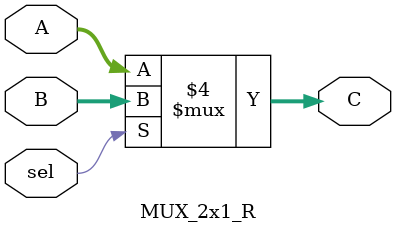
<source format=v>
module MUX_2x1_R(
input   wire    [31:0]      A,
input   wire    [31:0]      B,
input   wire               sel,
output  reg     [31:0]      C
);


always@(*)
	begin
		if (!sel)
			begin
				C = A;
			end
		else
			begin
				C = B ;
			end
	end
endmodule
</source>
